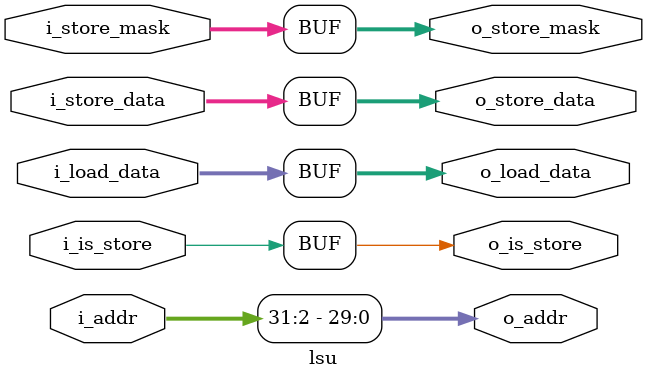
<source format=v>
module lsu(
    input  wire        i_is_store,
    input  wire [31:0] i_addr,
    input  wire [31:0] i_store_data,
    input  wire  [3:0] i_store_mask,
    output wire [31:0] o_load_data,

    output wire        o_is_store,
    output wire [29:0] o_addr,
    output wire [31:0] o_store_data,
    output wire  [3:0] o_store_mask,
    input  wire [31:0] i_load_data
);

assign o_is_store   = i_is_store;
assign o_load_data  = i_load_data;
assign o_store_data = i_store_data;
assign o_store_mask = i_store_mask;
// FIXME: Unaligned load/store are supported by ISA.
assign o_addr       = i_addr[31:2];

endmodule

</source>
